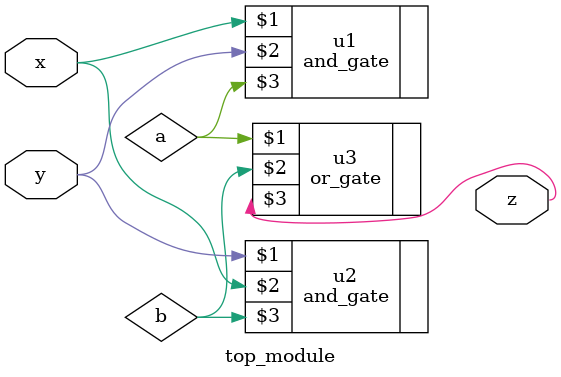
<source format=sv>
module top_module(
    input x,
    input y,
    output z);

    wire a, b;
    
    // First Gate
    and_gate u1(x, y, a);
    
    // Second Gate
    and_gate u2(y, x, b);
    
    // Third Gate
    or_gate u3(a, b, z);
    
endmodule

</source>
